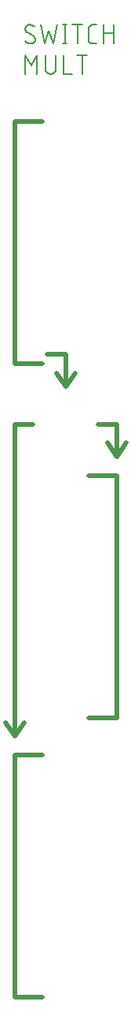
<source format=gbr>
G04 EAGLE Gerber RS-274X export*
G75*
%MOMM*%
%FSLAX34Y34*%
%LPD*%
%INSilkscreen Top*%
%IPPOS*%
%AMOC8*
5,1,8,0,0,1.08239X$1,22.5*%
G01*
%ADD10C,0.508000*%
%ADD11C,0.177800*%


D10*
X50000Y1100000D02*
X20000Y1100000D01*
X20000Y840000D01*
X50000Y840000D01*
X100000Y720000D02*
X130000Y720000D01*
X130000Y460000D01*
X100000Y460000D01*
X50000Y420000D02*
X20000Y420000D01*
X20000Y160000D01*
X50000Y160000D01*
X110000Y775000D02*
X130000Y775000D01*
X130000Y740000D01*
X120000Y755000D01*
X130000Y740000D02*
X140000Y755000D01*
X40000Y775000D02*
X20000Y775000D01*
X20000Y440000D01*
X10000Y455000D01*
X20000Y440000D02*
X30000Y455000D01*
D11*
X37578Y1183655D02*
X37710Y1183657D01*
X37842Y1183663D01*
X37974Y1183673D01*
X38105Y1183686D01*
X38236Y1183704D01*
X38367Y1183725D01*
X38496Y1183751D01*
X38625Y1183780D01*
X38753Y1183813D01*
X38880Y1183849D01*
X39006Y1183890D01*
X39131Y1183934D01*
X39254Y1183982D01*
X39376Y1184033D01*
X39496Y1184088D01*
X39614Y1184147D01*
X39731Y1184209D01*
X39846Y1184275D01*
X39958Y1184343D01*
X40069Y1184416D01*
X40178Y1184491D01*
X40284Y1184570D01*
X40388Y1184651D01*
X40489Y1184736D01*
X40588Y1184824D01*
X40684Y1184915D01*
X40777Y1185008D01*
X40868Y1185104D01*
X40956Y1185203D01*
X41041Y1185304D01*
X41122Y1185408D01*
X41201Y1185515D01*
X41276Y1185623D01*
X41349Y1185734D01*
X41417Y1185846D01*
X41483Y1185961D01*
X41545Y1186078D01*
X41604Y1186196D01*
X41659Y1186316D01*
X41710Y1186438D01*
X41758Y1186561D01*
X41802Y1186686D01*
X41843Y1186812D01*
X41879Y1186939D01*
X41912Y1187067D01*
X41941Y1187196D01*
X41967Y1187325D01*
X41988Y1187456D01*
X42006Y1187587D01*
X42019Y1187718D01*
X42029Y1187850D01*
X42035Y1187982D01*
X42037Y1188114D01*
X37578Y1183655D02*
X37353Y1183658D01*
X37127Y1183666D01*
X36902Y1183679D01*
X36678Y1183698D01*
X36454Y1183722D01*
X36230Y1183752D01*
X36008Y1183787D01*
X35786Y1183827D01*
X35565Y1183873D01*
X35346Y1183923D01*
X35127Y1183979D01*
X34910Y1184041D01*
X34695Y1184107D01*
X34481Y1184179D01*
X34269Y1184255D01*
X34059Y1184337D01*
X33851Y1184424D01*
X33645Y1184515D01*
X33442Y1184612D01*
X33240Y1184713D01*
X33041Y1184819D01*
X32845Y1184930D01*
X32652Y1185046D01*
X32461Y1185166D01*
X32273Y1185291D01*
X32089Y1185420D01*
X31907Y1185553D01*
X31729Y1185691D01*
X31554Y1185833D01*
X31382Y1185979D01*
X31214Y1186130D01*
X31050Y1186284D01*
X30889Y1186442D01*
X31447Y1199262D02*
X31449Y1199394D01*
X31455Y1199526D01*
X31465Y1199658D01*
X31478Y1199789D01*
X31496Y1199920D01*
X31517Y1200051D01*
X31543Y1200180D01*
X31572Y1200309D01*
X31605Y1200437D01*
X31641Y1200564D01*
X31682Y1200690D01*
X31726Y1200815D01*
X31774Y1200938D01*
X31825Y1201060D01*
X31880Y1201180D01*
X31939Y1201298D01*
X32001Y1201415D01*
X32067Y1201530D01*
X32135Y1201642D01*
X32208Y1201753D01*
X32283Y1201862D01*
X32362Y1201968D01*
X32443Y1202072D01*
X32528Y1202173D01*
X32616Y1202272D01*
X32707Y1202368D01*
X32800Y1202461D01*
X32896Y1202552D01*
X32995Y1202640D01*
X33096Y1202725D01*
X33200Y1202806D01*
X33306Y1202885D01*
X33415Y1202960D01*
X33526Y1203033D01*
X33638Y1203101D01*
X33753Y1203167D01*
X33870Y1203229D01*
X33988Y1203288D01*
X34108Y1203343D01*
X34230Y1203394D01*
X34353Y1203442D01*
X34478Y1203486D01*
X34604Y1203527D01*
X34731Y1203563D01*
X34859Y1203596D01*
X34988Y1203625D01*
X35117Y1203651D01*
X35248Y1203672D01*
X35379Y1203690D01*
X35510Y1203703D01*
X35642Y1203713D01*
X35774Y1203719D01*
X35906Y1203721D01*
X36105Y1203719D01*
X36304Y1203712D01*
X36503Y1203700D01*
X36702Y1203683D01*
X36900Y1203662D01*
X37098Y1203636D01*
X37294Y1203605D01*
X37491Y1203569D01*
X37686Y1203529D01*
X37880Y1203485D01*
X38073Y1203435D01*
X38265Y1203381D01*
X38455Y1203323D01*
X38644Y1203260D01*
X38832Y1203192D01*
X39018Y1203120D01*
X39202Y1203044D01*
X39384Y1202963D01*
X39564Y1202878D01*
X39742Y1202789D01*
X39918Y1202695D01*
X40092Y1202598D01*
X40263Y1202496D01*
X40432Y1202390D01*
X40598Y1202280D01*
X40762Y1202166D01*
X40923Y1202049D01*
X33676Y1195360D02*
X33564Y1195428D01*
X33455Y1195499D01*
X33347Y1195573D01*
X33242Y1195651D01*
X33139Y1195731D01*
X33038Y1195814D01*
X32940Y1195900D01*
X32844Y1195989D01*
X32751Y1196081D01*
X32661Y1196175D01*
X32573Y1196272D01*
X32488Y1196371D01*
X32406Y1196473D01*
X32328Y1196577D01*
X32252Y1196684D01*
X32179Y1196792D01*
X32109Y1196903D01*
X32043Y1197015D01*
X31980Y1197129D01*
X31920Y1197245D01*
X31863Y1197363D01*
X31810Y1197483D01*
X31761Y1197603D01*
X31715Y1197726D01*
X31672Y1197849D01*
X31633Y1197974D01*
X31598Y1198100D01*
X31566Y1198226D01*
X31538Y1198354D01*
X31514Y1198482D01*
X31493Y1198611D01*
X31476Y1198741D01*
X31463Y1198871D01*
X31454Y1199001D01*
X31448Y1199131D01*
X31446Y1199262D01*
X39807Y1192016D02*
X39919Y1191948D01*
X40028Y1191877D01*
X40136Y1191803D01*
X40241Y1191725D01*
X40344Y1191645D01*
X40445Y1191562D01*
X40543Y1191476D01*
X40639Y1191387D01*
X40732Y1191295D01*
X40822Y1191201D01*
X40910Y1191104D01*
X40995Y1191005D01*
X41077Y1190903D01*
X41155Y1190799D01*
X41231Y1190692D01*
X41304Y1190584D01*
X41374Y1190473D01*
X41440Y1190361D01*
X41503Y1190247D01*
X41563Y1190131D01*
X41620Y1190013D01*
X41673Y1189893D01*
X41722Y1189773D01*
X41768Y1189650D01*
X41811Y1189527D01*
X41850Y1189402D01*
X41885Y1189276D01*
X41917Y1189150D01*
X41945Y1189022D01*
X41969Y1188894D01*
X41990Y1188765D01*
X42007Y1188635D01*
X42020Y1188505D01*
X42029Y1188375D01*
X42035Y1188245D01*
X42037Y1188114D01*
X39807Y1192016D02*
X33676Y1195360D01*
X47937Y1203721D02*
X52396Y1183655D01*
X56855Y1197032D01*
X61314Y1183655D01*
X65773Y1203721D01*
X74157Y1203721D02*
X74157Y1183655D01*
X71928Y1183655D02*
X76387Y1183655D01*
X76387Y1203721D02*
X71928Y1203721D01*
X87752Y1203721D02*
X87752Y1183655D01*
X82178Y1203721D02*
X93326Y1203721D01*
X103907Y1183655D02*
X108367Y1183655D01*
X103907Y1183655D02*
X103775Y1183657D01*
X103643Y1183663D01*
X103511Y1183673D01*
X103380Y1183686D01*
X103249Y1183704D01*
X103118Y1183725D01*
X102989Y1183751D01*
X102860Y1183780D01*
X102732Y1183813D01*
X102605Y1183849D01*
X102479Y1183890D01*
X102354Y1183934D01*
X102231Y1183982D01*
X102109Y1184033D01*
X101989Y1184088D01*
X101871Y1184147D01*
X101754Y1184209D01*
X101639Y1184275D01*
X101527Y1184343D01*
X101416Y1184416D01*
X101307Y1184491D01*
X101201Y1184570D01*
X101097Y1184651D01*
X100996Y1184736D01*
X100897Y1184824D01*
X100801Y1184915D01*
X100708Y1185008D01*
X100617Y1185104D01*
X100529Y1185203D01*
X100444Y1185304D01*
X100363Y1185408D01*
X100284Y1185514D01*
X100209Y1185623D01*
X100136Y1185734D01*
X100068Y1185846D01*
X100002Y1185961D01*
X99940Y1186078D01*
X99881Y1186196D01*
X99826Y1186316D01*
X99775Y1186438D01*
X99727Y1186561D01*
X99683Y1186686D01*
X99642Y1186812D01*
X99606Y1186939D01*
X99573Y1187067D01*
X99544Y1187196D01*
X99518Y1187325D01*
X99497Y1187456D01*
X99479Y1187587D01*
X99466Y1187718D01*
X99456Y1187850D01*
X99450Y1187982D01*
X99448Y1188114D01*
X99448Y1199262D01*
X99450Y1199394D01*
X99456Y1199526D01*
X99466Y1199658D01*
X99479Y1199789D01*
X99497Y1199920D01*
X99518Y1200051D01*
X99544Y1200180D01*
X99573Y1200309D01*
X99606Y1200437D01*
X99642Y1200564D01*
X99683Y1200690D01*
X99727Y1200815D01*
X99775Y1200938D01*
X99826Y1201060D01*
X99881Y1201180D01*
X99940Y1201298D01*
X100002Y1201415D01*
X100068Y1201530D01*
X100136Y1201642D01*
X100209Y1201753D01*
X100284Y1201861D01*
X100363Y1201968D01*
X100444Y1202072D01*
X100529Y1202173D01*
X100617Y1202272D01*
X100708Y1202368D01*
X100801Y1202461D01*
X100897Y1202552D01*
X100996Y1202640D01*
X101097Y1202725D01*
X101201Y1202806D01*
X101307Y1202885D01*
X101416Y1202960D01*
X101527Y1203033D01*
X101639Y1203101D01*
X101754Y1203167D01*
X101871Y1203229D01*
X101989Y1203288D01*
X102109Y1203343D01*
X102231Y1203394D01*
X102354Y1203442D01*
X102479Y1203486D01*
X102605Y1203527D01*
X102732Y1203563D01*
X102860Y1203596D01*
X102989Y1203625D01*
X103118Y1203651D01*
X103249Y1203672D01*
X103380Y1203690D01*
X103511Y1203703D01*
X103643Y1203713D01*
X103775Y1203719D01*
X103907Y1203721D01*
X108367Y1203721D01*
X115547Y1203721D02*
X115547Y1183655D01*
X115547Y1194803D02*
X126695Y1194803D01*
X126695Y1203721D02*
X126695Y1183655D01*
X30889Y1170955D02*
X30889Y1150889D01*
X37578Y1159807D02*
X30889Y1170955D01*
X37578Y1159807D02*
X44266Y1170955D01*
X44266Y1150889D01*
X53014Y1156463D02*
X53014Y1170955D01*
X53014Y1156463D02*
X53016Y1156315D01*
X53022Y1156166D01*
X53032Y1156018D01*
X53046Y1155871D01*
X53063Y1155723D01*
X53085Y1155576D01*
X53111Y1155430D01*
X53140Y1155285D01*
X53173Y1155140D01*
X53210Y1154996D01*
X53251Y1154854D01*
X53296Y1154712D01*
X53345Y1154572D01*
X53397Y1154433D01*
X53453Y1154296D01*
X53512Y1154160D01*
X53575Y1154025D01*
X53642Y1153893D01*
X53712Y1153762D01*
X53786Y1153633D01*
X53863Y1153506D01*
X53943Y1153382D01*
X54027Y1153259D01*
X54114Y1153139D01*
X54204Y1153021D01*
X54297Y1152905D01*
X54393Y1152792D01*
X54492Y1152682D01*
X54594Y1152574D01*
X54699Y1152469D01*
X54807Y1152367D01*
X54917Y1152268D01*
X55030Y1152172D01*
X55146Y1152079D01*
X55264Y1151989D01*
X55384Y1151902D01*
X55507Y1151818D01*
X55631Y1151738D01*
X55758Y1151661D01*
X55887Y1151587D01*
X56018Y1151517D01*
X56150Y1151450D01*
X56285Y1151387D01*
X56421Y1151328D01*
X56558Y1151272D01*
X56697Y1151220D01*
X56837Y1151171D01*
X56979Y1151126D01*
X57121Y1151085D01*
X57265Y1151048D01*
X57410Y1151015D01*
X57555Y1150986D01*
X57701Y1150960D01*
X57848Y1150938D01*
X57996Y1150921D01*
X58143Y1150907D01*
X58291Y1150897D01*
X58440Y1150891D01*
X58588Y1150889D01*
X58736Y1150891D01*
X58885Y1150897D01*
X59033Y1150907D01*
X59180Y1150921D01*
X59328Y1150938D01*
X59475Y1150960D01*
X59621Y1150986D01*
X59766Y1151015D01*
X59911Y1151048D01*
X60055Y1151085D01*
X60197Y1151126D01*
X60339Y1151171D01*
X60479Y1151220D01*
X60618Y1151272D01*
X60755Y1151328D01*
X60891Y1151387D01*
X61026Y1151450D01*
X61158Y1151517D01*
X61289Y1151587D01*
X61418Y1151661D01*
X61545Y1151738D01*
X61669Y1151818D01*
X61792Y1151902D01*
X61912Y1151989D01*
X62030Y1152079D01*
X62146Y1152172D01*
X62259Y1152268D01*
X62369Y1152367D01*
X62477Y1152469D01*
X62582Y1152574D01*
X62684Y1152682D01*
X62783Y1152792D01*
X62879Y1152905D01*
X62972Y1153021D01*
X63062Y1153139D01*
X63149Y1153259D01*
X63233Y1153382D01*
X63313Y1153506D01*
X63390Y1153633D01*
X63464Y1153762D01*
X63534Y1153893D01*
X63601Y1154025D01*
X63664Y1154160D01*
X63723Y1154296D01*
X63779Y1154433D01*
X63831Y1154572D01*
X63880Y1154712D01*
X63925Y1154854D01*
X63966Y1154996D01*
X64003Y1155140D01*
X64036Y1155285D01*
X64065Y1155430D01*
X64091Y1155576D01*
X64113Y1155723D01*
X64130Y1155871D01*
X64144Y1156018D01*
X64154Y1156166D01*
X64160Y1156315D01*
X64162Y1156463D01*
X64162Y1170955D01*
X72817Y1170955D02*
X72817Y1150889D01*
X81735Y1150889D01*
X92575Y1150889D02*
X92575Y1170955D01*
X87001Y1170955D02*
X98149Y1170955D01*
D10*
X75000Y850000D02*
X55000Y850000D01*
X75000Y850000D02*
X75000Y815000D01*
X65000Y830000D01*
X75000Y815000D02*
X85000Y830000D01*
M02*

</source>
